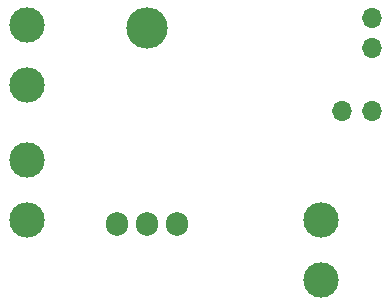
<source format=gbr>
%TF.GenerationSoftware,KiCad,Pcbnew,7.0.10*%
%TF.CreationDate,2024-07-15T19:27:34-03:00*%
%TF.ProjectId,board,626f6172-642e-46b6-9963-61645f706362,rev?*%
%TF.SameCoordinates,Original*%
%TF.FileFunction,Soldermask,Bot*%
%TF.FilePolarity,Negative*%
%FSLAX46Y46*%
G04 Gerber Fmt 4.6, Leading zero omitted, Abs format (unit mm)*
G04 Created by KiCad (PCBNEW 7.0.10) date 2024-07-15 19:27:34*
%MOMM*%
%LPD*%
G01*
G04 APERTURE LIST*
%ADD10O,1.700000X1.700000*%
%ADD11O,3.000000X3.000000*%
%ADD12C,3.000000*%
%ADD13O,3.500000X3.500000*%
%ADD14O,1.905000X2.000000*%
G04 APERTURE END LIST*
D10*
%TO.C,J4*%
X156210000Y-84993400D03*
X156210000Y-82453400D03*
%TD*%
D11*
%TO.C,J3*%
X151892000Y-99568000D03*
D12*
X151892000Y-104648000D03*
%TD*%
D13*
%TO.C,U1*%
X137160000Y-83273400D03*
D14*
X134620000Y-99933400D03*
X137160000Y-99933400D03*
X139700000Y-99933400D03*
%TD*%
D11*
%TO.C,J1*%
X127000000Y-88163400D03*
D12*
X127000000Y-83083400D03*
%TD*%
D11*
%TO.C,J2*%
X127000000Y-99593400D03*
D12*
X127000000Y-94513400D03*
%TD*%
D10*
%TO.C,J5*%
X156215000Y-90322400D03*
X153675000Y-90322400D03*
%TD*%
M02*

</source>
